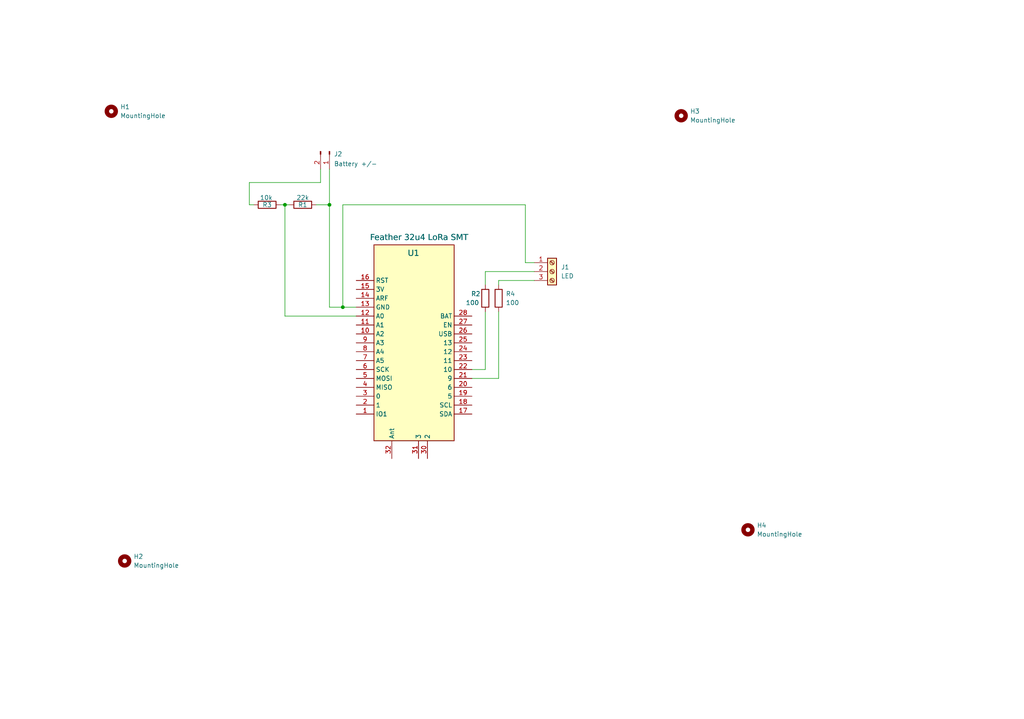
<source format=kicad_sch>
(kicad_sch (version 20250114) (generator "eeschema") (generator_version "9.0")
  (paper "User" 292.1 205.105)
  (lib_symbols
    (symbol "Connector:Conn_01x02_Pin" (pin_names (offset 1.016) (hide yes))
      (property "Reference" "J" (at 0 2.54 0))
      (property "Value" "Conn_01x02_Pin" (at 0 -5.08 0))
      (symbol "Conn_01x02_Pin_1_1"
        (rectangle (start 0.8636 0.127) (end 0 -0.127) (stroke (width 0.1524)) (fill (type outline)))
        (rectangle (start 0.8636 -2.413) (end 0 -2.667) (stroke (width 0.1524)) (fill (type outline)))
        (polyline (pts (xy 1.27 0) (xy 0.8636 0)) (stroke (width 0.1524)))
        (polyline (pts (xy 1.27 -2.54) (xy 0.8636 -2.54)) (stroke (width 0.1524)))
        (pin passive line (at 5.08 0 180) (length 3.81) (name "Pin_1") (number "1"))
        (pin passive line (at 5.08 -2.54 180) (length 3.81) (name "Pin_2") (number "2"))
      )
    )
    (symbol "Connector:Screw_Terminal_01x03" (pin_names (offset 1.016) (hide yes))
      (property "Reference" "J" (at 0 5.08 0))
      (property "Value" "Screw_Terminal_01x03" (at 0 -5.08 0))
      (symbol "Screw_Terminal_01x03_1_1"
        (rectangle (start -1.27 3.81) (end 1.27 -3.81) (stroke (width 0.254)) (fill (type background)))
        (polyline (pts (xy -0.5334 2.8702) (xy 0.3302 2.032)) (stroke (width 0.1524)))
        (polyline (pts (xy -0.5334 0.3302) (xy 0.3302 -0.508)) (stroke (width 0.1524)))
        (polyline (pts (xy -0.5334 -2.2098) (xy 0.3302 -3.048)) (stroke (width 0.1524)))
        (polyline (pts (xy -0.3556 3.048) (xy 0.508 2.2098)) (stroke (width 0.1524)))
        (polyline (pts (xy -0.3556 0.508) (xy 0.508 -0.3302)) (stroke (width 0.1524)))
        (polyline (pts (xy -0.3556 -2.032) (xy 0.508 -2.8702)) (stroke (width 0.1524)))
        (circle (center 0 2.54) (radius 0.635) (stroke (width 0.1524)))
        (circle (center 0 0) (radius 0.635) (stroke (width 0.1524)))
        (circle (center 0 -2.54) (radius 0.635) (stroke (width 0.1524)))
        (pin passive line (at -5.08 2.54 0) (length 3.81) (name "Pin_1") (number "1"))
        (pin passive line (at -5.08 0 0) (length 3.81) (name "Pin_2") (number "2"))
        (pin passive line (at -5.08 -2.54 0) (length 3.81) (name "Pin_3") (number "3"))
      )
    )
    (symbol "Device:R" (pin_numbers (hide yes)) (pin_names (offset 0))
      (property "Reference" "R" (at 2.032 0 90))
      (property "Value" "R" (at 0 0 90))
      (symbol "R_0_1"
        (rectangle (start -1.016 -2.54) (end 1.016 2.54) (stroke (width 0.254)))
      )
      (symbol "R_1_1"
        (pin passive line (at 0 3.81 270) (length 1.27) (name "~") (number "1"))
        (pin passive line (at 0 -3.81 90) (length 1.27) (name "~") (number "2"))
      )
    )
    (symbol "Feather 32u4 LoRa SMT"
      (property "Reference" "U1" (at -2.7686 35.1409 0))
      (property "Value" "Feather 32u4 LoRa SMT" (at -2.7686 32.9311 0))
      (symbol "Feather 32u4 LoRa SMT_0_0"
        (rectangle (start -12.7 30.48) (end 10.16 -25.4) (stroke (width 0.254)) (fill (type background)))
        (pin unspecified line (at -17.78 20.32 0) (length 5.08) (name "RST") (number "16"))
        (pin unspecified line (at -17.78 17.78 0) (length 5.08) (name "3V") (number "15"))
        (pin unspecified line (at -17.78 15.24 0) (length 5.08) (name "ARF") (number "14"))
        (pin unspecified line (at -17.78 12.7 0) (length 5.08) (name "GND") (number "13"))
        (pin unspecified line (at -17.78 10.16 0) (length 5.08) (name "A0") (number "12"))
        (pin unspecified line (at -17.78 7.62 0) (length 5.08) (name "A1") (number "11"))
        (pin unspecified line (at -17.78 5.08 0) (length 5.08) (name "A2") (number "10"))
        (pin unspecified line (at -17.78 2.54 0) (length 5.08) (name "A3") (number "9"))
        (pin unspecified line (at -17.78 0 0) (length 5.08) (name "A4") (number "8"))
        (pin unspecified line (at -17.78 -2.54 0) (length 5.08) (name "A5") (number "7"))
        (pin unspecified line (at -17.78 -5.08 0) (length 5.08) (name "SCK") (number "6"))
        (pin unspecified line (at -17.78 -7.62 0) (length 5.08) (name "MOSI") (number "5"))
        (pin unspecified line (at -17.78 -10.16 0) (length 5.08) (name "MISO") (number "4"))
        (pin unspecified line (at -17.78 -12.7 0) (length 5.08) (name "0") (number "3"))
        (pin unspecified line (at -17.78 -15.24 0) (length 5.08) (name "1") (number "2"))
        (pin unspecified line (at -17.78 -17.78 0) (length 5.08) (name "IO1") (number "1"))
        (pin unspecified line (at -7.62 -30.48 90) (length 5.08) (name "Ant") (number "32"))
        (pin unspecified line (at 0 -30.48 90) (length 5.08) (name "3") (number "31"))
        (pin unspecified line (at 2.54 -30.48 90) (length 5.08) (name "2") (number "30"))
        (pin unspecified line (at 15.24 10.16 180) (length 5.08) (name "BAT") (number "28"))
        (pin unspecified line (at 15.24 7.62 180) (length 5.08) (name "EN") (number "27"))
        (pin unspecified line (at 15.24 5.08 180) (length 5.08) (name "USB") (number "26"))
        (pin unspecified line (at 15.24 2.54 180) (length 5.08) (name "13") (number "25"))
        (pin unspecified line (at 15.24 0 180) (length 5.08) (name "12") (number "24"))
        (pin unspecified line (at 15.24 -2.54 180) (length 5.08) (name "11") (number "23"))
        (pin unspecified line (at 15.24 -5.08 180) (length 5.08) (name "10") (number "22"))
        (pin unspecified line (at 15.24 -7.62 180) (length 5.08) (name "9") (number "21"))
        (pin unspecified line (at 15.24 -10.16 180) (length 5.08) (name "6") (number "20"))
        (pin unspecified line (at 15.24 -12.7 180) (length 5.08) (name "5") (number "19"))
        (pin unspecified line (at 15.24 -15.24 180) (length 5.08) (name "SCL") (number "18"))
        (pin unspecified line (at 15.24 -17.78 180) (length 5.08) (name "SDA") (number "17"))
      )
    )
    (symbol "Mechanical:MountingHole" (pin_names (offset 1.016)) (in_bom no)
      (property "Reference" "H" (at 0 5.08 0))
      (property "Value" "MountingHole" (at 0 3.175 0))
      (symbol "MountingHole_0_1"
        (circle (center 0 0) (radius 1.27) (stroke (width 1.27)))
      )
    )
  )
  (junction (at 81.28 58.42))
  (junction (at 97.79 87.63))
  (junction (at 93.98 58.42))
  (wire (pts (xy 71.12 52.07) (xy 71.12 58.42)))
  (wire (pts (xy 91.44 52.07) (xy 71.12 52.07)))
  (wire (pts (xy 142.24 107.95) (xy 134.62 107.95)))
  (wire (pts (xy 81.28 90.17) (xy 101.6 90.17)))
  (wire (pts (xy 142.24 80.01) (xy 142.24 81.28)))
  (wire (pts (xy 97.79 58.42) (xy 149.86 58.42)))
  (wire (pts (xy 149.86 74.93) (xy 149.86 58.42)))
  (wire (pts (xy 97.79 58.42) (xy 97.79 87.63)))
  (wire (pts (xy 97.79 87.63) (xy 101.6 87.63)))
  (wire (pts (xy 138.43 88.9) (xy 138.43 105.41)))
  (wire (pts (xy 142.24 88.9) (xy 142.24 107.95)))
  (wire (pts (xy 149.86 74.93) (xy 152.4 74.93)))
  (wire (pts (xy 93.98 58.42) (xy 93.98 87.63)))
  (wire (pts (xy 138.43 77.47) (xy 138.43 81.28)))
  (wire (pts (xy 152.4 80.01) (xy 142.24 80.01)))
  (wire (pts (xy 91.44 48.26) (xy 91.44 52.07)))
  (wire (pts (xy 93.98 48.26) (xy 93.98 58.42)))
  (wire (pts (xy 80.01 58.42) (xy 81.28 58.42)))
  (wire (pts (xy 138.43 105.41) (xy 134.62 105.41)))
  (wire (pts (xy 71.12 58.42) (xy 72.39 58.42)))
  (wire (pts (xy 93.98 87.63) (xy 97.79 87.63)))
  (wire (pts (xy 152.4 77.47) (xy 138.43 77.47)))
  (wire (pts (xy 81.28 58.42) (xy 81.28 90.17)))
  (wire (pts (xy 90.17 58.42) (xy 93.98 58.42)))
  (wire (pts (xy 81.28 58.42) (xy 82.55 58.42)))
  (symbol (lib_id "Device:R") (at 86.36 58.42 90) (unit 1)
    (property "Reference" "R1" (at 86.36 58.42 90))
    (property "Value" "22k" (at 86.36 56.388 90))
    (property "Footprint" "Resistor_THT:R_Axial_DIN0207_L6.3mm_D2.5mm_P10.16mm_Horizontal" (effects (hide yes)))
    (property "Description" "Resistor" (effects (hide yes)))
  )
  (symbol (lib_id "Device:R") (at 76.2 58.42 90) (unit 1)
    (property "Reference" "R3" (at 76.2 58.42 90))
    (property "Value" "10k" (at 75.946 56.388 90))
    (property "Footprint" "Resistor_THT:R_Axial_DIN0207_L6.3mm_D2.5mm_P10.16mm_Horizontal" (effects (hide yes)))
    (property "Description" "Resistor" (effects (hide yes)))
  )
  (symbol (lib_id "Feather 32u4 LoRa SMT") (at 119.38 100.33 0) (unit 1)
    (property "Reference" "U1" (at 116.332 71.374 0) (effects (font (size 1.6891 1.6891)) (justify left top)))
    (property "Value" "Feather 32u4 LoRa SMT" (at 104.14 66.802 0) (effects (font (size 1.6891 1.6891)) (justify left top)))
    (property "Footprint" "Module:mod2_Adafruit_Feather_32u4_RFM_WithMountingHoles_1" (effects (hide yes)))
    (property "Supplier Part" "1528-1660-ND" (effects (hide yes)))
    (property "Supplier" "Digi-Key" (effects (hide yes)))
  )
  (symbol (lib_id "Connector:Screw_Terminal_01x03") (at 157.48 77.47 0) (unit 1)
    (property "Reference" "J1" (at 160.02 76.1999 0) (effects (justify left)))
    (property "Value" "LED" (at 160.02 78.7399 0) (effects (justify left)))
    (property "Footprint" "TerminalBlock:TerminalBlock_MaiXu_MX126-5.0-03P_1x03_P5.00mm" (effects (hide yes)))
    (property "Description" "Generic screw terminal, single row, 01x03, script generated (kicad-library-utils/schlib/autogen/connector/)" (effects (hide yes)))
  )
  (symbol (lib_id "Mechanical:MountingHole") (at 31.75 31.75 0) (unit 1) (in_bom no)
    (property "Reference" "H1" (at 34.29 30.4799 0) (effects (justify left)))
    (property "Value" "MountingHole" (at 34.29 33.0199 0) (effects (justify left)))
    (property "Footprint" "MountingHole:MountingHole_4.3mm_M4" (effects (hide yes)))
    (property "Description" "Mounting Hole without connection" (effects (hide yes)))
  )
  (symbol (lib_id "Mechanical:MountingHole") (at 35.56 160.02 0) (unit 1) (in_bom no)
    (property "Reference" "H2" (at 38.1 158.7499 0) (effects (justify left)))
    (property "Value" "MountingHole" (at 38.1 161.2899 0) (effects (justify left)))
    (property "Footprint" "MountingHole:MountingHole_4.3mm_M4" (effects (hide yes)))
    (property "Description" "Mounting Hole without connection" (effects (hide yes)))
  )
  (symbol (lib_id "Mechanical:MountingHole") (at 194.31 33.02 0) (unit 1) (in_bom no)
    (property "Reference" "H3" (at 196.85 31.7499 0) (effects (justify left)))
    (property "Value" "MountingHole" (at 196.85 34.2899 0) (effects (justify left)))
    (property "Footprint" "MountingHole:MountingHole_4.3mm_M4" (effects (hide yes)))
    (property "Description" "Mounting Hole without connection" (effects (hide yes)))
  )
  (symbol (lib_id "Mechanical:MountingHole") (at 213.36 151.13 0) (unit 1) (in_bom no)
    (property "Reference" "H4" (at 215.9 149.8599 0) (effects (justify left)))
    (property "Value" "MountingHole" (at 215.9 152.3999 0) (effects (justify left)))
    (property "Footprint" "MountingHole:MountingHole_4.3mm_M4" (effects (hide yes)))
    (property "Description" "Mounting Hole without connection" (effects (hide yes)))
  )
  (symbol (lib_id "Device:R") (at 138.43 85.09 180) (unit 1)
    (property "Reference" "R2" (at 134.366 83.82 0) (effects (justify right)))
    (property "Value" "100" (at 132.842 86.36 0) (effects (justify right)))
    (property "Footprint" "Resistor_THT:R_Axial_DIN0207_L6.3mm_D2.5mm_P10.16mm_Horizontal" (effects (hide yes)))
    (property "Description" "Resistor" (effects (hide yes)))
  )
  (symbol (lib_id "Connector:Conn_01x02_Pin") (at 93.98 43.18 270) (unit 1)
    (property "Reference" "J2" (at 95.25 43.942 90) (effects (justify left)))
    (property "Value" "Battery +/-" (at 95.25 46.736 90) (effects (justify left)))
    (property "Footprint" "Connector_JST:JST_PH_B2B-PH-K_1x02_P2.00mm_Vertical" (effects (hide yes)))
    (property "Description" "Generic connector, single row, 01x02, script generated" (effects (hide yes)))
  )
  (symbol (lib_id "Device:R") (at 142.24 85.09 180) (unit 1)
    (property "Reference" "R4" (at 144.272 83.82 0) (effects (justify right)))
    (property "Value" "100" (at 144.272 86.36 0) (effects (justify right)))
    (property "Footprint" "Resistor_THT:R_Axial_DIN0207_L6.3mm_D2.5mm_P10.16mm_Horizontal" (effects (hide yes)))
    (property "Description" "Resistor" (effects (hide yes)))
  )
)
</source>
